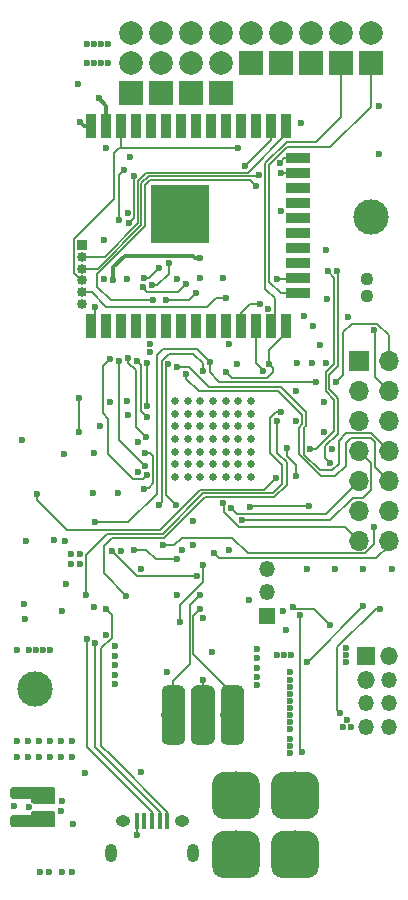
<source format=gbr>
G04 #@! TF.GenerationSoftware,KiCad,Pcbnew,(5.1.2)-1*
G04 #@! TF.CreationDate,2019-07-28T17:54:04+02:00*
G04 #@! TF.ProjectId,qqv11,71717631-312e-46b6-9963-61645f706362,rev?*
G04 #@! TF.SameCoordinates,Original*
G04 #@! TF.FileFunction,Copper,L4,Bot*
G04 #@! TF.FilePolarity,Positive*
%FSLAX46Y46*%
G04 Gerber Fmt 4.6, Leading zero omitted, Abs format (unit mm)*
G04 Created by KiCad (PCBNEW (5.1.2)-1) date 2019-07-28 17:54:04*
%MOMM*%
%LPD*%
G04 APERTURE LIST*
%ADD10C,0.650000*%
%ADD11C,0.100000*%
%ADD12C,4.000000*%
%ADD13C,3.000000*%
%ADD14C,2.000000*%
%ADD15R,2.000000X2.000000*%
%ADD16R,1.700000X1.700000*%
%ADD17O,1.700000X1.700000*%
%ADD18R,0.400000X1.350000*%
%ADD19O,1.250000X0.950000*%
%ADD20O,1.000000X1.550000*%
%ADD21R,0.850000X0.850000*%
%ADD22O,0.850000X0.850000*%
%ADD23C,1.000000*%
%ADD24C,1.108000*%
%ADD25R,5.000000X5.000000*%
%ADD26R,0.900000X2.000000*%
%ADD27R,2.000000X0.900000*%
%ADD28R,1.350000X1.350000*%
%ADD29O,1.350000X1.350000*%
%ADD30R,1.500000X1.500000*%
%ADD31O,1.500000X1.500000*%
%ADD32C,0.600000*%
%ADD33C,0.150000*%
%ADD34C,0.300000*%
G04 APERTURE END LIST*
D10*
X108642858Y-95042857D03*
X109714286Y-95042857D03*
X110785715Y-95042857D03*
X111857143Y-95042857D03*
X112928571Y-95042857D03*
X114000000Y-95042857D03*
X115071428Y-95042857D03*
X108642858Y-93971429D03*
X109714286Y-93971429D03*
X110785715Y-93971429D03*
X111857143Y-93971429D03*
X112928571Y-93971429D03*
X114000000Y-93971429D03*
X115071428Y-93971429D03*
X108642858Y-92900000D03*
X109714286Y-92900000D03*
X110785715Y-92900000D03*
X111857143Y-92900000D03*
X112928571Y-92900000D03*
X114000000Y-92900000D03*
X115071428Y-92900000D03*
X108642858Y-91828572D03*
X109714286Y-91828572D03*
X110785715Y-91828572D03*
X111857143Y-91828572D03*
X112928571Y-91828572D03*
X114000000Y-91828572D03*
X115071428Y-91828572D03*
X108642858Y-90757144D03*
X109714286Y-90757144D03*
X110785715Y-90757144D03*
X111857143Y-90757144D03*
X112928571Y-90757144D03*
X114000000Y-90757144D03*
X115071428Y-90757144D03*
X108642858Y-89685715D03*
X109714286Y-89685715D03*
X110785715Y-89685715D03*
X111857143Y-89685715D03*
X112928571Y-89685715D03*
X114000000Y-89685715D03*
X115071428Y-89685715D03*
X108642858Y-88614287D03*
X109714286Y-88614287D03*
X110785715Y-88614287D03*
X111857143Y-88614287D03*
X112928571Y-88614287D03*
X114000000Y-88614287D03*
X115071428Y-88614287D03*
D11*
G36*
X114898017Y-125004815D02*
G01*
X114995090Y-125019215D01*
X115090285Y-125043060D01*
X115182683Y-125076120D01*
X115271397Y-125118079D01*
X115355570Y-125168530D01*
X115434393Y-125226990D01*
X115507107Y-125292893D01*
X115573010Y-125365607D01*
X115631470Y-125444430D01*
X115681921Y-125528603D01*
X115723880Y-125617317D01*
X115756940Y-125709715D01*
X115780785Y-125804910D01*
X115795185Y-125901983D01*
X115800000Y-126000000D01*
X115800000Y-128000000D01*
X115795185Y-128098017D01*
X115780785Y-128195090D01*
X115756940Y-128290285D01*
X115723880Y-128382683D01*
X115681921Y-128471397D01*
X115631470Y-128555570D01*
X115573010Y-128634393D01*
X115507107Y-128707107D01*
X115434393Y-128773010D01*
X115355570Y-128831470D01*
X115271397Y-128881921D01*
X115182683Y-128923880D01*
X115090285Y-128956940D01*
X114995090Y-128980785D01*
X114898017Y-128995185D01*
X114800000Y-129000000D01*
X112800000Y-129000000D01*
X112701983Y-128995185D01*
X112604910Y-128980785D01*
X112509715Y-128956940D01*
X112417317Y-128923880D01*
X112328603Y-128881921D01*
X112244430Y-128831470D01*
X112165607Y-128773010D01*
X112092893Y-128707107D01*
X112026990Y-128634393D01*
X111968530Y-128555570D01*
X111918079Y-128471397D01*
X111876120Y-128382683D01*
X111843060Y-128290285D01*
X111819215Y-128195090D01*
X111804815Y-128098017D01*
X111800000Y-128000000D01*
X111800000Y-126000000D01*
X111804815Y-125901983D01*
X111819215Y-125804910D01*
X111843060Y-125709715D01*
X111876120Y-125617317D01*
X111918079Y-125528603D01*
X111968530Y-125444430D01*
X112026990Y-125365607D01*
X112092893Y-125292893D01*
X112165607Y-125226990D01*
X112244430Y-125168530D01*
X112328603Y-125118079D01*
X112417317Y-125076120D01*
X112509715Y-125043060D01*
X112604910Y-125019215D01*
X112701983Y-125004815D01*
X112800000Y-125000000D01*
X114800000Y-125000000D01*
X114898017Y-125004815D01*
X114898017Y-125004815D01*
G37*
D12*
X113800000Y-127000000D03*
D11*
G36*
X119898017Y-125004815D02*
G01*
X119995090Y-125019215D01*
X120090285Y-125043060D01*
X120182683Y-125076120D01*
X120271397Y-125118079D01*
X120355570Y-125168530D01*
X120434393Y-125226990D01*
X120507107Y-125292893D01*
X120573010Y-125365607D01*
X120631470Y-125444430D01*
X120681921Y-125528603D01*
X120723880Y-125617317D01*
X120756940Y-125709715D01*
X120780785Y-125804910D01*
X120795185Y-125901983D01*
X120800000Y-126000000D01*
X120800000Y-128000000D01*
X120795185Y-128098017D01*
X120780785Y-128195090D01*
X120756940Y-128290285D01*
X120723880Y-128382683D01*
X120681921Y-128471397D01*
X120631470Y-128555570D01*
X120573010Y-128634393D01*
X120507107Y-128707107D01*
X120434393Y-128773010D01*
X120355570Y-128831470D01*
X120271397Y-128881921D01*
X120182683Y-128923880D01*
X120090285Y-128956940D01*
X119995090Y-128980785D01*
X119898017Y-128995185D01*
X119800000Y-129000000D01*
X117800000Y-129000000D01*
X117701983Y-128995185D01*
X117604910Y-128980785D01*
X117509715Y-128956940D01*
X117417317Y-128923880D01*
X117328603Y-128881921D01*
X117244430Y-128831470D01*
X117165607Y-128773010D01*
X117092893Y-128707107D01*
X117026990Y-128634393D01*
X116968530Y-128555570D01*
X116918079Y-128471397D01*
X116876120Y-128382683D01*
X116843060Y-128290285D01*
X116819215Y-128195090D01*
X116804815Y-128098017D01*
X116800000Y-128000000D01*
X116800000Y-126000000D01*
X116804815Y-125901983D01*
X116819215Y-125804910D01*
X116843060Y-125709715D01*
X116876120Y-125617317D01*
X116918079Y-125528603D01*
X116968530Y-125444430D01*
X117026990Y-125365607D01*
X117092893Y-125292893D01*
X117165607Y-125226990D01*
X117244430Y-125168530D01*
X117328603Y-125118079D01*
X117417317Y-125076120D01*
X117509715Y-125043060D01*
X117604910Y-125019215D01*
X117701983Y-125004815D01*
X117800000Y-125000000D01*
X119800000Y-125000000D01*
X119898017Y-125004815D01*
X119898017Y-125004815D01*
G37*
D12*
X118800000Y-127000000D03*
D11*
G36*
X119898017Y-120004815D02*
G01*
X119995090Y-120019215D01*
X120090285Y-120043060D01*
X120182683Y-120076120D01*
X120271397Y-120118079D01*
X120355570Y-120168530D01*
X120434393Y-120226990D01*
X120507107Y-120292893D01*
X120573010Y-120365607D01*
X120631470Y-120444430D01*
X120681921Y-120528603D01*
X120723880Y-120617317D01*
X120756940Y-120709715D01*
X120780785Y-120804910D01*
X120795185Y-120901983D01*
X120800000Y-121000000D01*
X120800000Y-123000000D01*
X120795185Y-123098017D01*
X120780785Y-123195090D01*
X120756940Y-123290285D01*
X120723880Y-123382683D01*
X120681921Y-123471397D01*
X120631470Y-123555570D01*
X120573010Y-123634393D01*
X120507107Y-123707107D01*
X120434393Y-123773010D01*
X120355570Y-123831470D01*
X120271397Y-123881921D01*
X120182683Y-123923880D01*
X120090285Y-123956940D01*
X119995090Y-123980785D01*
X119898017Y-123995185D01*
X119800000Y-124000000D01*
X117800000Y-124000000D01*
X117701983Y-123995185D01*
X117604910Y-123980785D01*
X117509715Y-123956940D01*
X117417317Y-123923880D01*
X117328603Y-123881921D01*
X117244430Y-123831470D01*
X117165607Y-123773010D01*
X117092893Y-123707107D01*
X117026990Y-123634393D01*
X116968530Y-123555570D01*
X116918079Y-123471397D01*
X116876120Y-123382683D01*
X116843060Y-123290285D01*
X116819215Y-123195090D01*
X116804815Y-123098017D01*
X116800000Y-123000000D01*
X116800000Y-121000000D01*
X116804815Y-120901983D01*
X116819215Y-120804910D01*
X116843060Y-120709715D01*
X116876120Y-120617317D01*
X116918079Y-120528603D01*
X116968530Y-120444430D01*
X117026990Y-120365607D01*
X117092893Y-120292893D01*
X117165607Y-120226990D01*
X117244430Y-120168530D01*
X117328603Y-120118079D01*
X117417317Y-120076120D01*
X117509715Y-120043060D01*
X117604910Y-120019215D01*
X117701983Y-120004815D01*
X117800000Y-120000000D01*
X119800000Y-120000000D01*
X119898017Y-120004815D01*
X119898017Y-120004815D01*
G37*
D12*
X118800000Y-122000000D03*
D11*
G36*
X114898017Y-120004815D02*
G01*
X114995090Y-120019215D01*
X115090285Y-120043060D01*
X115182683Y-120076120D01*
X115271397Y-120118079D01*
X115355570Y-120168530D01*
X115434393Y-120226990D01*
X115507107Y-120292893D01*
X115573010Y-120365607D01*
X115631470Y-120444430D01*
X115681921Y-120528603D01*
X115723880Y-120617317D01*
X115756940Y-120709715D01*
X115780785Y-120804910D01*
X115795185Y-120901983D01*
X115800000Y-121000000D01*
X115800000Y-123000000D01*
X115795185Y-123098017D01*
X115780785Y-123195090D01*
X115756940Y-123290285D01*
X115723880Y-123382683D01*
X115681921Y-123471397D01*
X115631470Y-123555570D01*
X115573010Y-123634393D01*
X115507107Y-123707107D01*
X115434393Y-123773010D01*
X115355570Y-123831470D01*
X115271397Y-123881921D01*
X115182683Y-123923880D01*
X115090285Y-123956940D01*
X114995090Y-123980785D01*
X114898017Y-123995185D01*
X114800000Y-124000000D01*
X112800000Y-124000000D01*
X112701983Y-123995185D01*
X112604910Y-123980785D01*
X112509715Y-123956940D01*
X112417317Y-123923880D01*
X112328603Y-123881921D01*
X112244430Y-123831470D01*
X112165607Y-123773010D01*
X112092893Y-123707107D01*
X112026990Y-123634393D01*
X111968530Y-123555570D01*
X111918079Y-123471397D01*
X111876120Y-123382683D01*
X111843060Y-123290285D01*
X111819215Y-123195090D01*
X111804815Y-123098017D01*
X111800000Y-123000000D01*
X111800000Y-121000000D01*
X111804815Y-120901983D01*
X111819215Y-120804910D01*
X111843060Y-120709715D01*
X111876120Y-120617317D01*
X111918079Y-120528603D01*
X111968530Y-120444430D01*
X112026990Y-120365607D01*
X112092893Y-120292893D01*
X112165607Y-120226990D01*
X112244430Y-120168530D01*
X112328603Y-120118079D01*
X112417317Y-120076120D01*
X112509715Y-120043060D01*
X112604910Y-120019215D01*
X112701983Y-120004815D01*
X112800000Y-120000000D01*
X114800000Y-120000000D01*
X114898017Y-120004815D01*
X114898017Y-120004815D01*
G37*
D12*
X113800000Y-122000000D03*
D13*
X96750000Y-113000000D03*
X125250000Y-73000000D03*
D14*
X104920000Y-57460000D03*
X107460000Y-57460000D03*
X110000000Y-57460000D03*
X112540000Y-57460000D03*
X115080000Y-57460000D03*
X117620000Y-57460000D03*
X120160000Y-57460000D03*
X122700000Y-57460000D03*
X125240000Y-57460000D03*
X104920000Y-60000000D03*
X107460000Y-60000000D03*
X110000000Y-60000000D03*
X112540000Y-60000000D03*
D15*
X115080000Y-60000000D03*
X117620000Y-60000000D03*
X120160000Y-60000000D03*
X122700000Y-60000000D03*
X125240000Y-60000000D03*
X104920000Y-62540000D03*
X107460000Y-62540000D03*
X110000000Y-62540000D03*
X112540000Y-62540000D03*
D16*
X124200000Y-85200000D03*
D17*
X126740000Y-85200000D03*
X124200000Y-87740000D03*
X126740000Y-87740000D03*
X124200000Y-90280000D03*
X126740000Y-90280000D03*
X124200000Y-92820000D03*
X126740000Y-92820000D03*
X124200000Y-95360000D03*
X126740000Y-95360000D03*
X124200000Y-97900000D03*
X126740000Y-97900000D03*
X124200000Y-100440000D03*
X126740000Y-100440000D03*
D18*
X106700000Y-124200000D03*
X106050000Y-124200000D03*
X105400000Y-124200000D03*
X107350000Y-124200000D03*
X108000000Y-124200000D03*
D19*
X104200000Y-124200000D03*
X109200000Y-124200000D03*
D20*
X110200000Y-126900000D03*
X103200000Y-126900000D03*
D21*
X100800000Y-75400000D03*
D22*
X100800000Y-76400000D03*
X100800000Y-77400000D03*
X100800000Y-78400000D03*
X100800000Y-79400000D03*
X100800000Y-80400000D03*
D11*
G36*
X109049009Y-112702408D02*
G01*
X109097545Y-112709607D01*
X109145142Y-112721530D01*
X109191342Y-112738060D01*
X109235698Y-112759039D01*
X109277785Y-112784265D01*
X109317197Y-112813495D01*
X109353553Y-112846447D01*
X109386505Y-112882803D01*
X109415735Y-112922215D01*
X109440961Y-112964302D01*
X109461940Y-113008658D01*
X109478470Y-113054858D01*
X109490393Y-113102455D01*
X109497592Y-113150991D01*
X109500000Y-113200000D01*
X109500000Y-117200000D01*
X109497592Y-117249009D01*
X109490393Y-117297545D01*
X109478470Y-117345142D01*
X109461940Y-117391342D01*
X109440961Y-117435698D01*
X109415735Y-117477785D01*
X109386505Y-117517197D01*
X109353553Y-117553553D01*
X109317197Y-117586505D01*
X109277785Y-117615735D01*
X109235698Y-117640961D01*
X109191342Y-117661940D01*
X109145142Y-117678470D01*
X109097545Y-117690393D01*
X109049009Y-117697592D01*
X109000000Y-117700000D01*
X108000000Y-117700000D01*
X107950991Y-117697592D01*
X107902455Y-117690393D01*
X107854858Y-117678470D01*
X107808658Y-117661940D01*
X107764302Y-117640961D01*
X107722215Y-117615735D01*
X107682803Y-117586505D01*
X107646447Y-117553553D01*
X107613495Y-117517197D01*
X107584265Y-117477785D01*
X107559039Y-117435698D01*
X107538060Y-117391342D01*
X107521530Y-117345142D01*
X107509607Y-117297545D01*
X107502408Y-117249009D01*
X107500000Y-117200000D01*
X107500000Y-113200000D01*
X107502408Y-113150991D01*
X107509607Y-113102455D01*
X107521530Y-113054858D01*
X107538060Y-113008658D01*
X107559039Y-112964302D01*
X107584265Y-112922215D01*
X107613495Y-112882803D01*
X107646447Y-112846447D01*
X107682803Y-112813495D01*
X107722215Y-112784265D01*
X107764302Y-112759039D01*
X107808658Y-112738060D01*
X107854858Y-112721530D01*
X107902455Y-112709607D01*
X107950991Y-112702408D01*
X108000000Y-112700000D01*
X109000000Y-112700000D01*
X109049009Y-112702408D01*
X109049009Y-112702408D01*
G37*
D14*
X108500000Y-115200000D03*
D11*
G36*
X111549009Y-112702408D02*
G01*
X111597545Y-112709607D01*
X111645142Y-112721530D01*
X111691342Y-112738060D01*
X111735698Y-112759039D01*
X111777785Y-112784265D01*
X111817197Y-112813495D01*
X111853553Y-112846447D01*
X111886505Y-112882803D01*
X111915735Y-112922215D01*
X111940961Y-112964302D01*
X111961940Y-113008658D01*
X111978470Y-113054858D01*
X111990393Y-113102455D01*
X111997592Y-113150991D01*
X112000000Y-113200000D01*
X112000000Y-117200000D01*
X111997592Y-117249009D01*
X111990393Y-117297545D01*
X111978470Y-117345142D01*
X111961940Y-117391342D01*
X111940961Y-117435698D01*
X111915735Y-117477785D01*
X111886505Y-117517197D01*
X111853553Y-117553553D01*
X111817197Y-117586505D01*
X111777785Y-117615735D01*
X111735698Y-117640961D01*
X111691342Y-117661940D01*
X111645142Y-117678470D01*
X111597545Y-117690393D01*
X111549009Y-117697592D01*
X111500000Y-117700000D01*
X110500000Y-117700000D01*
X110450991Y-117697592D01*
X110402455Y-117690393D01*
X110354858Y-117678470D01*
X110308658Y-117661940D01*
X110264302Y-117640961D01*
X110222215Y-117615735D01*
X110182803Y-117586505D01*
X110146447Y-117553553D01*
X110113495Y-117517197D01*
X110084265Y-117477785D01*
X110059039Y-117435698D01*
X110038060Y-117391342D01*
X110021530Y-117345142D01*
X110009607Y-117297545D01*
X110002408Y-117249009D01*
X110000000Y-117200000D01*
X110000000Y-113200000D01*
X110002408Y-113150991D01*
X110009607Y-113102455D01*
X110021530Y-113054858D01*
X110038060Y-113008658D01*
X110059039Y-112964302D01*
X110084265Y-112922215D01*
X110113495Y-112882803D01*
X110146447Y-112846447D01*
X110182803Y-112813495D01*
X110222215Y-112784265D01*
X110264302Y-112759039D01*
X110308658Y-112738060D01*
X110354858Y-112721530D01*
X110402455Y-112709607D01*
X110450991Y-112702408D01*
X110500000Y-112700000D01*
X111500000Y-112700000D01*
X111549009Y-112702408D01*
X111549009Y-112702408D01*
G37*
D14*
X111000000Y-115200000D03*
D11*
G36*
X114049009Y-112702408D02*
G01*
X114097545Y-112709607D01*
X114145142Y-112721530D01*
X114191342Y-112738060D01*
X114235698Y-112759039D01*
X114277785Y-112784265D01*
X114317197Y-112813495D01*
X114353553Y-112846447D01*
X114386505Y-112882803D01*
X114415735Y-112922215D01*
X114440961Y-112964302D01*
X114461940Y-113008658D01*
X114478470Y-113054858D01*
X114490393Y-113102455D01*
X114497592Y-113150991D01*
X114500000Y-113200000D01*
X114500000Y-117200000D01*
X114497592Y-117249009D01*
X114490393Y-117297545D01*
X114478470Y-117345142D01*
X114461940Y-117391342D01*
X114440961Y-117435698D01*
X114415735Y-117477785D01*
X114386505Y-117517197D01*
X114353553Y-117553553D01*
X114317197Y-117586505D01*
X114277785Y-117615735D01*
X114235698Y-117640961D01*
X114191342Y-117661940D01*
X114145142Y-117678470D01*
X114097545Y-117690393D01*
X114049009Y-117697592D01*
X114000000Y-117700000D01*
X113000000Y-117700000D01*
X112950991Y-117697592D01*
X112902455Y-117690393D01*
X112854858Y-117678470D01*
X112808658Y-117661940D01*
X112764302Y-117640961D01*
X112722215Y-117615735D01*
X112682803Y-117586505D01*
X112646447Y-117553553D01*
X112613495Y-117517197D01*
X112584265Y-117477785D01*
X112559039Y-117435698D01*
X112538060Y-117391342D01*
X112521530Y-117345142D01*
X112509607Y-117297545D01*
X112502408Y-117249009D01*
X112500000Y-117200000D01*
X112500000Y-113200000D01*
X112502408Y-113150991D01*
X112509607Y-113102455D01*
X112521530Y-113054858D01*
X112538060Y-113008658D01*
X112559039Y-112964302D01*
X112584265Y-112922215D01*
X112613495Y-112882803D01*
X112646447Y-112846447D01*
X112682803Y-112813495D01*
X112722215Y-112784265D01*
X112764302Y-112759039D01*
X112808658Y-112738060D01*
X112854858Y-112721530D01*
X112902455Y-112709607D01*
X112950991Y-112702408D01*
X113000000Y-112700000D01*
X114000000Y-112700000D01*
X114049009Y-112702408D01*
X114049009Y-112702408D01*
G37*
D14*
X113500000Y-115200000D03*
D11*
G36*
X98274504Y-123701204D02*
G01*
X98298773Y-123704804D01*
X98322571Y-123710765D01*
X98345671Y-123719030D01*
X98367849Y-123729520D01*
X98388893Y-123742133D01*
X98408598Y-123756747D01*
X98426777Y-123773223D01*
X98443253Y-123791402D01*
X98457867Y-123811107D01*
X98470480Y-123832151D01*
X98480970Y-123854329D01*
X98489235Y-123877429D01*
X98495196Y-123901227D01*
X98498796Y-123925496D01*
X98500000Y-123950000D01*
X98500000Y-124450000D01*
X98498796Y-124474504D01*
X98495196Y-124498773D01*
X98489235Y-124522571D01*
X98480970Y-124545671D01*
X98470480Y-124567849D01*
X98457867Y-124588893D01*
X98443253Y-124608598D01*
X98426777Y-124626777D01*
X98408598Y-124643253D01*
X98388893Y-124657867D01*
X98367849Y-124670480D01*
X98345671Y-124680970D01*
X98322571Y-124689235D01*
X98298773Y-124695196D01*
X98274504Y-124698796D01*
X98250000Y-124700000D01*
X94950000Y-124700000D01*
X94925496Y-124698796D01*
X94901227Y-124695196D01*
X94877429Y-124689235D01*
X94854329Y-124680970D01*
X94832151Y-124670480D01*
X94811107Y-124657867D01*
X94791402Y-124643253D01*
X94773223Y-124626777D01*
X94756747Y-124608598D01*
X94742133Y-124588893D01*
X94729520Y-124567849D01*
X94719030Y-124545671D01*
X94710765Y-124522571D01*
X94704804Y-124498773D01*
X94701204Y-124474504D01*
X94700000Y-124450000D01*
X94700000Y-123950000D01*
X94701204Y-123925496D01*
X94704804Y-123901227D01*
X94710765Y-123877429D01*
X94719030Y-123854329D01*
X94729520Y-123832151D01*
X94742133Y-123811107D01*
X94756747Y-123791402D01*
X94773223Y-123773223D01*
X94791402Y-123756747D01*
X94811107Y-123742133D01*
X94832151Y-123729520D01*
X94854329Y-123719030D01*
X94877429Y-123710765D01*
X94901227Y-123704804D01*
X94925496Y-123701204D01*
X94950000Y-123700000D01*
X98250000Y-123700000D01*
X98274504Y-123701204D01*
X98274504Y-123701204D01*
G37*
D23*
X96600000Y-124200000D03*
D11*
G36*
X98274504Y-121301204D02*
G01*
X98298773Y-121304804D01*
X98322571Y-121310765D01*
X98345671Y-121319030D01*
X98367849Y-121329520D01*
X98388893Y-121342133D01*
X98408598Y-121356747D01*
X98426777Y-121373223D01*
X98443253Y-121391402D01*
X98457867Y-121411107D01*
X98470480Y-121432151D01*
X98480970Y-121454329D01*
X98489235Y-121477429D01*
X98495196Y-121501227D01*
X98498796Y-121525496D01*
X98500000Y-121550000D01*
X98500000Y-122050000D01*
X98498796Y-122074504D01*
X98495196Y-122098773D01*
X98489235Y-122122571D01*
X98480970Y-122145671D01*
X98470480Y-122167849D01*
X98457867Y-122188893D01*
X98443253Y-122208598D01*
X98426777Y-122226777D01*
X98408598Y-122243253D01*
X98388893Y-122257867D01*
X98367849Y-122270480D01*
X98345671Y-122280970D01*
X98322571Y-122289235D01*
X98298773Y-122295196D01*
X98274504Y-122298796D01*
X98250000Y-122300000D01*
X94950000Y-122300000D01*
X94925496Y-122298796D01*
X94901227Y-122295196D01*
X94877429Y-122289235D01*
X94854329Y-122280970D01*
X94832151Y-122270480D01*
X94811107Y-122257867D01*
X94791402Y-122243253D01*
X94773223Y-122226777D01*
X94756747Y-122208598D01*
X94742133Y-122188893D01*
X94729520Y-122167849D01*
X94719030Y-122145671D01*
X94710765Y-122122571D01*
X94704804Y-122098773D01*
X94701204Y-122074504D01*
X94700000Y-122050000D01*
X94700000Y-121550000D01*
X94701204Y-121525496D01*
X94704804Y-121501227D01*
X94710765Y-121477429D01*
X94719030Y-121454329D01*
X94729520Y-121432151D01*
X94742133Y-121411107D01*
X94756747Y-121391402D01*
X94773223Y-121373223D01*
X94791402Y-121356747D01*
X94811107Y-121342133D01*
X94832151Y-121329520D01*
X94854329Y-121319030D01*
X94877429Y-121310765D01*
X94901227Y-121304804D01*
X94925496Y-121301204D01*
X94950000Y-121300000D01*
X98250000Y-121300000D01*
X98274504Y-121301204D01*
X98274504Y-121301204D01*
G37*
D23*
X96600000Y-121800000D03*
D24*
X124900000Y-79700000D03*
X124900000Y-78300000D03*
D25*
X109045000Y-72800000D03*
D26*
X101545000Y-65300000D03*
X102815000Y-65300000D03*
X104085000Y-65300000D03*
X105355000Y-65300000D03*
X106625000Y-65300000D03*
X107895000Y-65300000D03*
X109165000Y-65300000D03*
X110435000Y-65300000D03*
X111705000Y-65300000D03*
X112975000Y-65300000D03*
X114245000Y-65300000D03*
X115515000Y-65300000D03*
X116785000Y-65300000D03*
X118055000Y-65300000D03*
D27*
X119055000Y-68085000D03*
X119055000Y-69355000D03*
X119055000Y-70625000D03*
X119055000Y-71895000D03*
X119055000Y-73165000D03*
X119055000Y-74435000D03*
X119055000Y-75705000D03*
X119055000Y-76975000D03*
X119055000Y-78245000D03*
X119055000Y-79515000D03*
D26*
X118055000Y-82300000D03*
X116785000Y-82300000D03*
X115515000Y-82300000D03*
X114245000Y-82300000D03*
X112975000Y-82300000D03*
X111705000Y-82300000D03*
X110435000Y-82300000D03*
X109165000Y-82300000D03*
X107895000Y-82300000D03*
X106625000Y-82300000D03*
X105355000Y-82300000D03*
X104085000Y-82300000D03*
X102815000Y-82300000D03*
X101545000Y-82300000D03*
D28*
X116400000Y-106800000D03*
D29*
X116400000Y-104800000D03*
X116400000Y-102800000D03*
D30*
X124800000Y-110200000D03*
D31*
X126800000Y-110200000D03*
X124800000Y-112200000D03*
D29*
X126800000Y-112200000D03*
X124800000Y-114200000D03*
X126800000Y-114200000D03*
X124800000Y-116200000D03*
X126800000Y-116200000D03*
D32*
X105800000Y-120000000D03*
X98958334Y-123351390D03*
X95000000Y-122900000D03*
X101000000Y-120100000D03*
X105400000Y-125400000D03*
X102774990Y-108400000D03*
X123300000Y-81500000D03*
X119800000Y-102800000D03*
X122200000Y-102800000D03*
X124600000Y-102800000D03*
X127000000Y-102800000D03*
X125900000Y-63600000D03*
X125900000Y-67700000D03*
X100000000Y-124400000D03*
X95300000Y-117400000D03*
X96200000Y-117400000D03*
X97100000Y-117400000D03*
X98100000Y-117400000D03*
X99000000Y-117400000D03*
X99900000Y-117400000D03*
X98400000Y-100400000D03*
X109200000Y-101200000D03*
X113200000Y-101200000D03*
X121900000Y-92700000D03*
X121300000Y-91200000D03*
X121300000Y-88700000D03*
X114900000Y-105500000D03*
X103600000Y-112600000D03*
X103600000Y-111800000D03*
X103600000Y-111000000D03*
X103600000Y-110200000D03*
X103600000Y-109400000D03*
X121400000Y-75800000D03*
X100600000Y-65000000D03*
X102800000Y-67200000D03*
X108000000Y-111600000D03*
X115600000Y-112700000D03*
X115600000Y-112000000D03*
X115600000Y-111200000D03*
X115600000Y-110400000D03*
X115600000Y-109600000D03*
X111000000Y-112200000D03*
X99100000Y-106400000D03*
X99400000Y-104100000D03*
X104100000Y-101300000D03*
X108800000Y-105000000D03*
X105800000Y-102800000D03*
X108800000Y-78300000D03*
X104600000Y-78300000D03*
X102600000Y-78300000D03*
X110800000Y-78200000D03*
X112700000Y-78200000D03*
X100400000Y-61800000D03*
X97200000Y-128500000D03*
X98000000Y-128500000D03*
X99100000Y-128500000D03*
X99900000Y-128500000D03*
X96000000Y-100500000D03*
X95300000Y-109700000D03*
X95963434Y-107090859D03*
X95900000Y-105799244D03*
X111800000Y-109900000D03*
X105500000Y-92100000D03*
X105500000Y-94600000D03*
X101700000Y-96400000D03*
X118000000Y-108000000D03*
X111000000Y-107000000D03*
X118500000Y-110100000D03*
X117900000Y-110100000D03*
X117300000Y-110100000D03*
X118400000Y-117200000D03*
X118400000Y-117800000D03*
X118400000Y-118400000D03*
X122900000Y-116200000D03*
X123578248Y-116178248D03*
X123200000Y-115600000D03*
X123100000Y-110700000D03*
X123100000Y-110100000D03*
X123100000Y-109500000D03*
X119300000Y-65100000D03*
X117533371Y-68433371D03*
X119600000Y-81400000D03*
X119000000Y-85400000D03*
X120200000Y-85400000D03*
X121400000Y-85400000D03*
X121500000Y-80000000D03*
X106500000Y-84500005D03*
X95700000Y-91900000D03*
X103100000Y-88700000D03*
X102300000Y-90700000D03*
X101900000Y-80700000D03*
X113250021Y-83750002D03*
X110200000Y-100800000D03*
X101200000Y-58400000D03*
X101800000Y-58400000D03*
X102400000Y-58400000D03*
X103000000Y-58400000D03*
X99066171Y-122482195D03*
X96300000Y-123000000D03*
X99300000Y-100500000D03*
X100600000Y-101600000D03*
X100600000Y-102400000D03*
X99800000Y-102400000D03*
X99800000Y-101600000D03*
X104800000Y-68000000D03*
X102200000Y-63000000D03*
X103800000Y-96400000D03*
X101800000Y-93000000D03*
X125500000Y-82600000D03*
X104700000Y-89800000D03*
X104600000Y-88600000D03*
X118900000Y-87800000D03*
X118900000Y-90300000D03*
X120300000Y-82300000D03*
X120890859Y-83863434D03*
X117600000Y-72500000D03*
X116500000Y-80800000D03*
X106500000Y-83750002D03*
X99278768Y-93078768D03*
X113900000Y-85500000D03*
X104674990Y-72700000D03*
X110200000Y-98800000D03*
X110525000Y-103400000D03*
X103300000Y-101300000D03*
X95300000Y-118800000D03*
X96200000Y-118800000D03*
X97100000Y-118800000D03*
X98100000Y-118800000D03*
X99000000Y-118800000D03*
X99900000Y-118800000D03*
X101200000Y-60000000D03*
X101800000Y-60000000D03*
X102400000Y-60000000D03*
X103000000Y-60000000D03*
X102600000Y-75000000D03*
X117800000Y-106400000D03*
X110800000Y-76549998D03*
X103400000Y-78400000D03*
X98100000Y-109700000D03*
X97500000Y-109700000D03*
X96900000Y-109700000D03*
X96300000Y-109700000D03*
X118400000Y-111600000D03*
X118400000Y-114000000D03*
X118400000Y-112800000D03*
X118400000Y-113400000D03*
X118400000Y-112200000D03*
X118400000Y-114600000D03*
X118400000Y-115200000D03*
X118400000Y-115800000D03*
X118400000Y-116400000D03*
X97500000Y-123600000D03*
X98200000Y-123600000D03*
X96800000Y-124300000D03*
X96800000Y-123700000D03*
X97500000Y-122400000D03*
X98200000Y-122400000D03*
X96800000Y-121700000D03*
X96800000Y-122300000D03*
X111600000Y-85300000D03*
X122275000Y-87000000D03*
X120600000Y-87000000D03*
X101899998Y-98900000D03*
X104500000Y-105100000D03*
X117300000Y-90275000D03*
X101800000Y-106100000D03*
X101125000Y-105000000D03*
X117604604Y-89589640D03*
X119400000Y-118300000D03*
X119200000Y-106725000D03*
X122639252Y-115039252D03*
X126000000Y-106200000D03*
X121800000Y-107550000D03*
X118600000Y-106100000D03*
X119800000Y-110700000D03*
X124600000Y-106000000D03*
X115856879Y-80414128D03*
X116132143Y-86100000D03*
X114000000Y-67200000D03*
X111025000Y-86100000D03*
X107300000Y-97400000D03*
X109100000Y-107300000D03*
X111028768Y-102528768D03*
X109582143Y-86300000D03*
X108800000Y-85700000D03*
X118149998Y-92603572D03*
X118900000Y-95000000D03*
X100500000Y-91200000D03*
X100500000Y-88400000D03*
X121575001Y-77650002D03*
X120100000Y-92700000D03*
X122400000Y-77650002D03*
X121791268Y-93866268D03*
X117200000Y-95100000D03*
X97000000Y-96500000D03*
X107259093Y-77340907D03*
X106000000Y-78200000D03*
X106275000Y-94875000D03*
X103100000Y-85100000D03*
X106100000Y-94103572D03*
X103900000Y-85200000D03*
X106300000Y-90000000D03*
X105421145Y-85206041D03*
X106700000Y-78800000D03*
X108100000Y-76900000D03*
X106200000Y-91700000D03*
X104700000Y-85000000D03*
X109600000Y-78700000D03*
X105896753Y-78983982D03*
X115000000Y-97600000D03*
X120000000Y-97500000D03*
X114320000Y-98725010D03*
X113375000Y-97700000D03*
X112730339Y-97269661D03*
X111975000Y-101500000D03*
X108700000Y-97400000D03*
X108078855Y-85493959D03*
X110400000Y-79500000D03*
X107900000Y-80100000D03*
X125500000Y-99300000D03*
X107600000Y-100800000D03*
X108800000Y-102000000D03*
X105200000Y-101200000D03*
X106000000Y-96100000D03*
X106100000Y-93000000D03*
X115500000Y-70400000D03*
X106300000Y-89000000D03*
X106300000Y-85400000D03*
X106800000Y-80100000D03*
X102800000Y-106200000D03*
X101900000Y-109100000D03*
X101200000Y-108800000D03*
X104728768Y-73571232D03*
X105181262Y-69576260D03*
X103900000Y-73300000D03*
X104300000Y-69100000D03*
X116600000Y-85500000D03*
X113000000Y-79900000D03*
X113000000Y-86200026D03*
X117600000Y-69300000D03*
X115775000Y-69500000D03*
X110800000Y-106200000D03*
X110800000Y-105000000D03*
X114600000Y-68700000D03*
X117275000Y-78300000D03*
D33*
X105400000Y-124200000D02*
X105400000Y-125300000D01*
X105400000Y-125300000D02*
X105400000Y-125400000D01*
D34*
X101545000Y-65300000D02*
X100900000Y-65300000D01*
X100900000Y-65300000D02*
X100600000Y-65000000D01*
D33*
X111000000Y-115200000D02*
X111000000Y-112200000D01*
X119055000Y-68085000D02*
X117881742Y-68085000D01*
X117881742Y-68085000D02*
X117533371Y-68433371D01*
X101900000Y-81395000D02*
X101900000Y-80700000D01*
X101545000Y-82300000D02*
X101545000Y-81750000D01*
X101545000Y-81750000D02*
X101900000Y-81395000D01*
D34*
X102815000Y-63615000D02*
X102815000Y-65300000D01*
X102200000Y-63000000D02*
X102815000Y-63615000D01*
D33*
X125600000Y-82700000D02*
X125500000Y-82600000D01*
X126740000Y-87740000D02*
X125600000Y-86600000D01*
X125600000Y-86600000D02*
X125600000Y-82700000D01*
X103322998Y-101300000D02*
X103300000Y-101300000D01*
X110525000Y-103400000D02*
X105422998Y-103400000D01*
X105422998Y-103400000D02*
X103322998Y-101300000D01*
D34*
X103400000Y-77300000D02*
X103400000Y-78400000D01*
X104400000Y-76300000D02*
X103400000Y-77300000D01*
X110125738Y-76300000D02*
X104400000Y-76300000D01*
X110800000Y-76549998D02*
X110375736Y-76549998D01*
X110375736Y-76549998D02*
X110125738Y-76300000D01*
D33*
X125752001Y-82074999D02*
X124825001Y-82074999D01*
X126740000Y-85200000D02*
X126740000Y-83062998D01*
X126740000Y-83062998D02*
X125752001Y-82074999D01*
X124825001Y-82074999D02*
X123625001Y-82074999D01*
X123625001Y-82074999D02*
X122900000Y-82800000D01*
X122900000Y-82800000D02*
X122900000Y-86375000D01*
X122900000Y-86375000D02*
X122275000Y-87000000D01*
X111600000Y-86200000D02*
X111600000Y-85300000D01*
X120600000Y-87000000D02*
X112400000Y-87000000D01*
X112400000Y-87000000D02*
X111600000Y-86200000D01*
X102324262Y-98900000D02*
X101899998Y-98900000D01*
X111600000Y-85300000D02*
X110500000Y-84200000D01*
X110500000Y-84200000D02*
X107600000Y-84200000D01*
X107600000Y-84200000D02*
X107100011Y-84699989D01*
X107100011Y-84699989D02*
X107100011Y-96499989D01*
X107100011Y-96499989D02*
X104700000Y-98900000D01*
X104700000Y-98900000D02*
X102324262Y-98900000D01*
X117300000Y-90699264D02*
X117300000Y-90275000D01*
X118100000Y-93800000D02*
X117300000Y-93000000D01*
X117055341Y-96744660D02*
X118100000Y-95700000D01*
X102600000Y-103200000D02*
X102600000Y-100900000D01*
X118100000Y-95700000D02*
X118100000Y-93800000D01*
X104500000Y-105100000D02*
X102600000Y-103200000D01*
X102600000Y-100900000D02*
X103300000Y-100200000D01*
X117300000Y-93000000D02*
X117300000Y-90699264D01*
X103300000Y-100200000D02*
X107724279Y-100200000D01*
X107724279Y-100200000D02*
X111179619Y-96744660D01*
X111179619Y-96744660D02*
X117055341Y-96744660D01*
X117180340Y-89589640D02*
X117604604Y-89589640D01*
X116700000Y-90069980D02*
X117180340Y-89589640D01*
X117725001Y-94025001D02*
X116700000Y-93000000D01*
X117725001Y-95650721D02*
X117725001Y-94025001D01*
X101125000Y-101675000D02*
X102900000Y-99900000D01*
X101125000Y-105000000D02*
X101125000Y-101675000D01*
X102900000Y-99900000D02*
X107600000Y-99900000D01*
X107600000Y-99900000D02*
X111055351Y-96444649D01*
X116700000Y-93000000D02*
X116700000Y-90069980D01*
X111055351Y-96444649D02*
X116931073Y-96444649D01*
X116931073Y-96444649D02*
X117725001Y-95650721D01*
X119200000Y-118100000D02*
X119400000Y-118300000D01*
X119200000Y-106725000D02*
X119200000Y-118100000D01*
X125622998Y-106200000D02*
X126000000Y-106200000D01*
X122339253Y-109483745D02*
X125622998Y-106200000D01*
X122639252Y-115039252D02*
X122339253Y-114739253D01*
X122339253Y-114739253D02*
X122339253Y-109483745D01*
X120450000Y-106200000D02*
X121800000Y-107550000D01*
X118600000Y-106100000D02*
X118700000Y-106200000D01*
X118700000Y-106200000D02*
X120450000Y-106200000D01*
X119900000Y-110700000D02*
X119800000Y-110700000D01*
X124600000Y-106000000D02*
X119900000Y-110700000D01*
X114245000Y-81150000D02*
X114245000Y-82300000D01*
X115856879Y-80414128D02*
X114980872Y-80414128D01*
X114980872Y-80414128D02*
X114245000Y-81150000D01*
X115515000Y-82300000D02*
X115515000Y-85192002D01*
X115515000Y-85415000D02*
X115515000Y-85192002D01*
X116100000Y-86000000D02*
X115515000Y-85415000D01*
X104100000Y-66465000D02*
X104100000Y-67200000D01*
X104085000Y-66450000D02*
X104100000Y-66465000D01*
X104085000Y-65300000D02*
X104085000Y-66450000D01*
X104100000Y-67200000D02*
X114000000Y-67200000D01*
X100718999Y-78400000D02*
X100100000Y-77781001D01*
X100900000Y-78400000D02*
X100718999Y-78400000D01*
X100100000Y-77781001D02*
X100100000Y-74900000D01*
X100100000Y-74900000D02*
X103500000Y-71500000D01*
X103900000Y-67200000D02*
X104100000Y-67200000D01*
X103500000Y-71500000D02*
X103500000Y-67600000D01*
X103500000Y-67600000D02*
X103900000Y-67200000D01*
X111000000Y-86075000D02*
X111025000Y-86100000D01*
X107500000Y-97200000D02*
X107500000Y-85200000D01*
X107300000Y-97400000D02*
X107500000Y-97200000D01*
X107500000Y-85200000D02*
X108100000Y-84600000D01*
X108100000Y-84600000D02*
X110200000Y-84600000D01*
X110200000Y-84600000D02*
X111000000Y-85400000D01*
X111000000Y-85400000D02*
X111000000Y-86075000D01*
X109100000Y-107300000D02*
X109100000Y-105922998D01*
X109100000Y-105922998D02*
X109100000Y-105900000D01*
X111050001Y-102550001D02*
X111028768Y-102528768D01*
X109100000Y-105900000D02*
X111050001Y-103949999D01*
X111050001Y-103949999D02*
X111050001Y-102550001D01*
X125575011Y-94195011D02*
X125575011Y-92079289D01*
X126740000Y-95360000D02*
X125575011Y-94195011D01*
X125240721Y-91744999D02*
X123555001Y-91744999D01*
X125575011Y-92079289D02*
X125240721Y-91744999D01*
X123555001Y-91744999D02*
X123100000Y-92200000D01*
X123100000Y-92200000D02*
X123100000Y-94100000D01*
X123100000Y-94100000D02*
X122200000Y-95000000D01*
X120975722Y-95000000D02*
X119100000Y-93124278D01*
X122200000Y-95000000D02*
X120975722Y-95000000D01*
X119100000Y-93124278D02*
X119100000Y-91800000D01*
X119100000Y-91800000D02*
X119100000Y-90900000D01*
X119425001Y-90574999D02*
X119425001Y-89825001D01*
X119100000Y-90900000D02*
X119425001Y-90574999D01*
X119425001Y-89825001D02*
X118664639Y-89064639D01*
X109600000Y-86317857D02*
X109582143Y-86300000D01*
X109582143Y-86724264D02*
X110657879Y-87800000D01*
X109582143Y-86300000D02*
X109582143Y-86724264D01*
X117400000Y-87800000D02*
X118664639Y-89064639D01*
X110657879Y-87800000D02*
X117400000Y-87800000D01*
X109800000Y-85700000D02*
X108800000Y-85700000D01*
X111500000Y-87400000D02*
X109800000Y-85700000D01*
X117612139Y-87400000D02*
X111500000Y-87400000D01*
X119725011Y-89512872D02*
X117612139Y-87400000D01*
X119725011Y-90699267D02*
X119725011Y-89512872D01*
X119574999Y-93174999D02*
X119574999Y-90849279D01*
X126740000Y-92820000D02*
X125275001Y-91355001D01*
X119574999Y-90849279D02*
X119725011Y-90699267D01*
X123144999Y-91355001D02*
X122500000Y-92000000D01*
X120900000Y-94500000D02*
X119574999Y-93174999D01*
X122500000Y-92000000D02*
X122500000Y-93934538D01*
X125275001Y-91355001D02*
X123144999Y-91355001D01*
X122500000Y-93934538D02*
X121934538Y-94500000D01*
X121934538Y-94500000D02*
X120900000Y-94500000D01*
X118900000Y-94000000D02*
X118900000Y-95000000D01*
X118149998Y-92603572D02*
X118149998Y-93249998D01*
X118149998Y-93249998D02*
X118900000Y-94000000D01*
X100500000Y-88824264D02*
X100500000Y-91200000D01*
X100500000Y-88400000D02*
X100500000Y-88824264D01*
X122100000Y-85500000D02*
X122100000Y-78175001D01*
X120100000Y-92700000D02*
X120577002Y-92700000D01*
X122100000Y-91177002D02*
X122100000Y-88500000D01*
X122100000Y-78175001D02*
X121575001Y-77650002D01*
X122100000Y-88500000D02*
X121400000Y-87800000D01*
X121400000Y-87800000D02*
X121400000Y-86200000D01*
X120577002Y-92700000D02*
X122100000Y-91177002D01*
X121400000Y-86200000D02*
X122100000Y-85500000D01*
X121825000Y-93900000D02*
X121791268Y-93866268D01*
X122400000Y-77650002D02*
X122425001Y-77675003D01*
X121374999Y-92425001D02*
X122425001Y-91374999D01*
X121374999Y-93449999D02*
X121374999Y-92425001D01*
X121791268Y-93866268D02*
X121374999Y-93449999D01*
X122400010Y-88400010D02*
X122400010Y-88300010D01*
X122425001Y-88425001D02*
X122400010Y-88400010D01*
X122425001Y-88425001D02*
X122425001Y-91374999D01*
X122400010Y-88300010D02*
X121700000Y-87600000D01*
X121700000Y-86400000D02*
X122425001Y-85674999D01*
X121700000Y-87600000D02*
X121700000Y-86400000D01*
X122425001Y-77675003D02*
X122425001Y-85674999D01*
X110732363Y-96144639D02*
X108177002Y-98700000D01*
X117200000Y-95100000D02*
X116155361Y-96144639D01*
X116155361Y-96144639D02*
X110732363Y-96144639D01*
X108177002Y-98700000D02*
X108177002Y-98722998D01*
X108177002Y-98722998D02*
X107400000Y-99500000D01*
X107400000Y-99500000D02*
X104300000Y-99500000D01*
X104300000Y-99500000D02*
X104200000Y-99500000D01*
X99500000Y-99500000D02*
X104300000Y-99500000D01*
X97000000Y-96500000D02*
X97000000Y-97000000D01*
X97000000Y-97000000D02*
X99500000Y-99500000D01*
X107259093Y-77340907D02*
X106400000Y-78200000D01*
X106400000Y-78200000D02*
X106000000Y-78200000D01*
X102574999Y-85625001D02*
X103100000Y-85100000D01*
X105950000Y-95200000D02*
X105100000Y-95200000D01*
X106275000Y-94875000D02*
X105950000Y-95200000D01*
X105100000Y-95200000D02*
X103000000Y-93100000D01*
X103000000Y-93100000D02*
X103000000Y-90100000D01*
X103000000Y-90100000D02*
X102574999Y-89674999D01*
X102574999Y-89674999D02*
X102574999Y-85625001D01*
X103900000Y-91903572D02*
X103900000Y-85624264D01*
X103900000Y-85624264D02*
X103900000Y-85200000D01*
X106100000Y-94103572D02*
X103900000Y-91903572D01*
X105774999Y-89474999D02*
X105774999Y-85625001D01*
X106300000Y-90000000D02*
X105774999Y-89474999D01*
X105774999Y-85625001D02*
X105774999Y-85559895D01*
X105774999Y-85559895D02*
X105421145Y-85206041D01*
X107124264Y-78800000D02*
X108100000Y-77824264D01*
X106700000Y-78800000D02*
X107124264Y-78800000D01*
X108100000Y-77824264D02*
X108100000Y-77000000D01*
X108100000Y-77000000D02*
X108100000Y-76900000D01*
X106200000Y-91700000D02*
X105300000Y-90800000D01*
X105300000Y-90800000D02*
X105300000Y-86000000D01*
X105300000Y-86000000D02*
X104700000Y-85400000D01*
X104700000Y-85400000D02*
X104700000Y-85000000D01*
X109600000Y-78700000D02*
X108900001Y-79399999D01*
X106312770Y-79399999D02*
X106196752Y-79283981D01*
X106196752Y-79283981D02*
X105896753Y-78983982D01*
X108900001Y-79399999D02*
X106312770Y-79399999D01*
X115100000Y-97500000D02*
X115000000Y-97600000D01*
X120000000Y-97500000D02*
X115100000Y-97500000D01*
X125275001Y-96124999D02*
X124575001Y-96824999D01*
X124575001Y-96824999D02*
X123675001Y-96824999D01*
X114744264Y-98725010D02*
X114320000Y-98725010D01*
X125275001Y-93895001D02*
X125275001Y-96124999D01*
X123675001Y-96824999D02*
X121774990Y-98725010D01*
X124200000Y-92820000D02*
X125275001Y-93895001D01*
X121774990Y-98725010D02*
X114744264Y-98725010D01*
X124200000Y-95400000D02*
X124200000Y-95360000D01*
X121400000Y-98200000D02*
X124200000Y-95400000D01*
X113375000Y-97700000D02*
X113875000Y-98200000D01*
X113875000Y-98200000D02*
X121400000Y-98200000D01*
X112800000Y-97339322D02*
X112730339Y-97269661D01*
X112800000Y-98000000D02*
X112800000Y-97339322D01*
X114100000Y-99300000D02*
X112800000Y-98000000D01*
X124200000Y-100440000D02*
X123060000Y-99300000D01*
X123060000Y-99300000D02*
X114100000Y-99300000D01*
X126740000Y-100860000D02*
X126740000Y-100440000D01*
X125700001Y-101899999D02*
X126740000Y-100860000D01*
X111975000Y-101500000D02*
X112374999Y-101899999D01*
X112374999Y-101899999D02*
X125700001Y-101899999D01*
X122700000Y-61150000D02*
X122700000Y-60000000D01*
X122700000Y-64600000D02*
X122700000Y-61150000D01*
X117100000Y-81985000D02*
X117100000Y-79900000D01*
X116785000Y-82300000D02*
X117100000Y-81985000D01*
X117100000Y-79900000D02*
X116300000Y-79100000D01*
X120600000Y-66700000D02*
X122700000Y-64600000D01*
X116300000Y-79100000D02*
X116300000Y-68500000D01*
X116300000Y-68500000D02*
X118100000Y-66700000D01*
X118100000Y-66700000D02*
X120600000Y-66700000D01*
X125207472Y-60212607D02*
X125125591Y-60150263D01*
X117615000Y-79515000D02*
X116600011Y-78500011D01*
X119055000Y-79515000D02*
X117615000Y-79515000D01*
X116600011Y-78500011D02*
X116600011Y-68624267D01*
X125207472Y-63692528D02*
X125207472Y-60212607D01*
X116600011Y-68624267D02*
X118124278Y-67100000D01*
X118124278Y-67100000D02*
X121800000Y-67100000D01*
X121800000Y-67100000D02*
X125207472Y-63692528D01*
X108324264Y-80100000D02*
X107900000Y-80100000D01*
X109800000Y-80100000D02*
X108324264Y-80100000D01*
X110400000Y-79500000D02*
X109800000Y-80100000D01*
X107900000Y-85672814D02*
X108078855Y-85493959D01*
X108700000Y-97400000D02*
X107900000Y-96600000D01*
X107900000Y-96600000D02*
X107900000Y-85672814D01*
X108600000Y-100800000D02*
X107600000Y-100800000D01*
X125500000Y-100731002D02*
X124716001Y-101515001D01*
X125500000Y-99300000D02*
X125500000Y-100731002D01*
X124716001Y-101515001D02*
X114815001Y-101515001D01*
X114815001Y-101515001D02*
X113500000Y-100200000D01*
X113500000Y-100200000D02*
X109200000Y-100200000D01*
X109200000Y-100200000D02*
X108600000Y-100800000D01*
X106200000Y-101200000D02*
X105200000Y-101200000D01*
X108800000Y-102000000D02*
X107000000Y-102000000D01*
X107000000Y-102000000D02*
X106200000Y-101200000D01*
X106500000Y-93000000D02*
X106100000Y-93000000D01*
X106800000Y-93300000D02*
X106500000Y-93000000D01*
X106800000Y-95600000D02*
X106800000Y-93300000D01*
X106400000Y-96000000D02*
X106800000Y-95600000D01*
X106000000Y-96100000D02*
X106100000Y-96000000D01*
X106100000Y-96000000D02*
X106400000Y-96000000D01*
X106300000Y-89000000D02*
X106300000Y-86000000D01*
X106300000Y-86000000D02*
X106300000Y-85400000D01*
X106100010Y-73825548D02*
X102074999Y-77850559D01*
X103200000Y-80100000D02*
X106375736Y-80100000D01*
X115500000Y-70400000D02*
X115000000Y-69900000D01*
X106524278Y-69900000D02*
X106100010Y-70324268D01*
X115000000Y-69900000D02*
X106524278Y-69900000D01*
X102074999Y-77850559D02*
X102074999Y-78974999D01*
X106375736Y-80100000D02*
X106800000Y-80100000D01*
X102074999Y-78974999D02*
X103200000Y-80100000D01*
X106100010Y-70324268D02*
X106100010Y-73825548D01*
X103300000Y-106700000D02*
X102800000Y-106200000D01*
X108000000Y-124200000D02*
X108000000Y-123375000D01*
X108000000Y-123375000D02*
X103300000Y-118675000D01*
X103300000Y-118675000D02*
X103275000Y-118675000D01*
X103275000Y-118675000D02*
X102400000Y-117800000D01*
X103300000Y-108651992D02*
X103300000Y-106700000D01*
X102400000Y-109551992D02*
X103300000Y-108651992D01*
X102400000Y-117800000D02*
X102400000Y-109551992D01*
X107350000Y-124200000D02*
X107350000Y-123375000D01*
X101900000Y-117925000D02*
X101900000Y-109524264D01*
X101900000Y-109524264D02*
X101900000Y-109100000D01*
X107350000Y-123375000D02*
X101900000Y-117925000D01*
X106700000Y-123375000D02*
X101200000Y-117875000D01*
X101200000Y-109224264D02*
X101200000Y-108800000D01*
X106700000Y-124200000D02*
X106700000Y-123375000D01*
X101200000Y-117875000D02*
X101200000Y-109224264D01*
X104728768Y-73571232D02*
X105200000Y-73100000D01*
X105200000Y-70019262D02*
X105181262Y-70000524D01*
X105181262Y-70000524D02*
X105181262Y-69576260D01*
X105200000Y-73100000D02*
X105200000Y-70019262D01*
X103900000Y-73300000D02*
X103900000Y-69500000D01*
X104000001Y-69399999D02*
X104300000Y-69100000D01*
X103900000Y-69500000D02*
X104000001Y-69399999D01*
X118055000Y-82850000D02*
X116600000Y-84305000D01*
X118055000Y-82300000D02*
X118055000Y-82850000D01*
X116600000Y-84305000D02*
X116600000Y-85500000D01*
X112100000Y-79900000D02*
X113000000Y-79900000D01*
X111374999Y-80625001D02*
X112100000Y-79900000D01*
X102825001Y-80625001D02*
X111374999Y-80625001D01*
X100900000Y-79400000D02*
X101600000Y-79400000D01*
X101600000Y-79400000D02*
X102825001Y-80625001D01*
X116400011Y-86699989D02*
X113499963Y-86699989D01*
X113299999Y-86500025D02*
X113000000Y-86200026D01*
X116899999Y-86200001D02*
X116400011Y-86699989D01*
X116899999Y-85799999D02*
X116899999Y-86200001D01*
X116600000Y-85500000D02*
X116899999Y-85799999D01*
X113499963Y-86699989D02*
X113299999Y-86500025D01*
X119055000Y-69355000D02*
X117655000Y-69355000D01*
X117655000Y-69355000D02*
X117600000Y-69300000D01*
X102101280Y-77400000D02*
X100900000Y-77400000D01*
X105800000Y-73701280D02*
X102101280Y-77400000D01*
X105800000Y-70200000D02*
X105800000Y-73701280D01*
X106400000Y-69600000D02*
X105800000Y-70200000D01*
X115775000Y-69500000D02*
X115675000Y-69600000D01*
X115675000Y-69600000D02*
X106400000Y-69600000D01*
X118055000Y-66032861D02*
X118055000Y-65300000D01*
X102677002Y-76400000D02*
X105500000Y-73577002D01*
X100900000Y-76400000D02*
X102677002Y-76400000D01*
X105500000Y-73577002D02*
X105500000Y-70000000D01*
X105500000Y-70000000D02*
X106200000Y-69300000D01*
X106200000Y-69300000D02*
X114787861Y-69300000D01*
X114787861Y-69300000D02*
X118055000Y-66032861D01*
X110200000Y-106800000D02*
X110800000Y-106200000D01*
X110200000Y-110000000D02*
X110200000Y-106800000D01*
X113500000Y-115200000D02*
X113500000Y-113300000D01*
X113500000Y-113300000D02*
X110200000Y-110000000D01*
X110500001Y-105299999D02*
X110800000Y-105000000D01*
X109900000Y-105900000D02*
X110500001Y-105299999D01*
X109900000Y-110900000D02*
X109900000Y-105900000D01*
X108500000Y-115200000D02*
X108500000Y-112300000D01*
X108500000Y-112300000D02*
X109900000Y-110900000D01*
X116785000Y-66515000D02*
X114899999Y-68400001D01*
X114899999Y-68400001D02*
X114600000Y-68700000D01*
X116785000Y-65300000D02*
X116785000Y-66515000D01*
X119000000Y-78300000D02*
X119055000Y-78245000D01*
X117275000Y-78300000D02*
X119000000Y-78300000D01*
G36*
X98425000Y-122625000D02*
G01*
X96667462Y-122625000D01*
X96634668Y-122592206D01*
X96575000Y-122552337D01*
X96575000Y-121375000D01*
X98425000Y-121375000D01*
X98425000Y-122625000D01*
X98425000Y-122625000D01*
G37*
X98425000Y-122625000D02*
X96667462Y-122625000D01*
X96634668Y-122592206D01*
X96575000Y-122552337D01*
X96575000Y-121375000D01*
X98425000Y-121375000D01*
X98425000Y-122625000D01*
G36*
X98425000Y-124625000D02*
G01*
X96575000Y-124625000D01*
X96575000Y-123447663D01*
X96634668Y-123407794D01*
X96667462Y-123375000D01*
X98425000Y-123375000D01*
X98425000Y-124625000D01*
X98425000Y-124625000D01*
G37*
X98425000Y-124625000D02*
X96575000Y-124625000D01*
X96575000Y-123447663D01*
X96634668Y-123407794D01*
X96667462Y-123375000D01*
X98425000Y-123375000D01*
X98425000Y-124625000D01*
M02*

</source>
